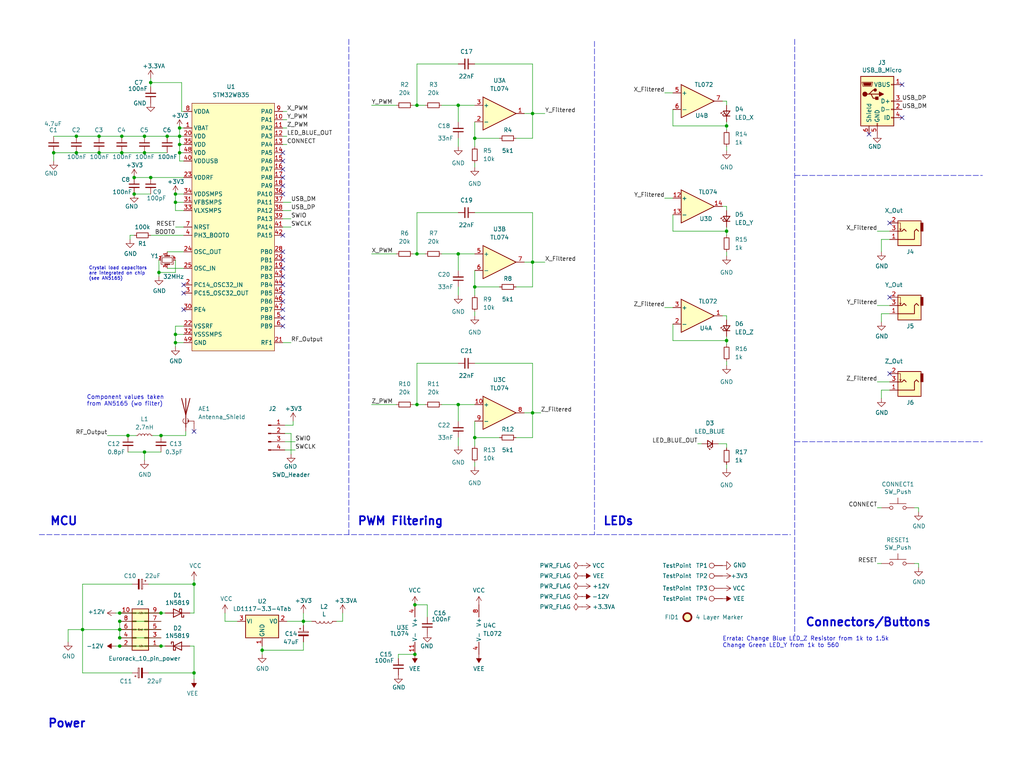
<source format=kicad_sch>
(kicad_sch (version 20211123) (generator eeschema)
  (paper "User" 315.011 240.005)
  (title_block (title "Ball Base Unit") (company "Mountjoy Modular"))
  (junction (at 128.27 124.46))
  (junction (at 163.83 80.645))
  (junction (at 140.97 124.46))
  (junction (at 44.45 46.99))
  (junction (at 146.05 134.62))
  (junction (at 223.52 71.12))
  (junction (at 39.37 133.985))
  (junction (at 49.53 198.755))
  (junction (at 55.245 44.45))
  (junction (at 37.465 41.91))
  (junction (at 93.345 191.135))
  (junction (at 223.52 38.735))
  (junction (at 49.53 133.985))
  (junction (at 49.53 188.595))
  (junction (at 80.645 200.025))
  (junction (at 36.83 196.215))
  (junction (at 223.52 104.775))
  (junction (at 46.355 54.61))
  (junction (at 46.355 25.4))
  (junction (at 51.435 41.91))
  (junction (at 53.975 105.41))
  (junction (at 23.495 41.91))
  (junction (at 44.45 139.065))
  (junction (at 53.975 59.69))
  (junction (at 128.27 78.105))
  (junction (at 53.975 62.23))
  (junction (at 37.465 46.99))
  (junction (at 36.83 193.675))
  (junction (at 41.275 54.61))
  (junction (at 48.895 83.82))
  (junction (at 44.45 41.91))
  (junction (at 146.05 88.265))
  (junction (at 163.83 127))
  (junction (at 16.51 46.99))
  (junction (at 23.495 46.99))
  (junction (at 127.635 186.055))
  (junction (at 30.48 46.99))
  (junction (at 128.27 32.385))
  (junction (at 59.69 207.01))
  (junction (at 55.245 41.91))
  (junction (at 30.48 41.91))
  (junction (at 146.05 42.545))
  (junction (at 36.83 198.755))
  (junction (at 127.635 201.295))
  (junction (at 36.83 191.135))
  (junction (at 140.97 32.385))
  (junction (at 140.97 78.105))
  (junction (at 59.69 179.705))
  (junction (at 41.275 59.69))
  (junction (at 25.4 193.675))
  (junction (at 163.83 34.925))
  (junction (at 55.245 39.37))
  (junction (at 36.83 188.595))
  (junction (at 53.975 102.87))
  (junction (at 55.245 46.99))
  (no_connect (at 86.995 87.63))
  (no_connect (at 56.515 87.63))
  (no_connect (at 86.995 82.55))
  (no_connect (at 273.685 68.58))
  (no_connect (at 267.335 41.275))
  (no_connect (at 86.995 100.33))
  (no_connect (at 86.995 52.07))
  (no_connect (at 86.995 77.47))
  (no_connect (at 86.995 92.71))
  (no_connect (at 86.995 95.25))
  (no_connect (at 86.995 80.01))
  (no_connect (at 86.995 57.15))
  (no_connect (at 86.995 54.61))
  (no_connect (at 86.995 72.39))
  (no_connect (at 86.995 59.69))
  (no_connect (at 86.995 85.09))
  (no_connect (at 273.685 91.44))
  (no_connect (at 86.995 97.79))
  (no_connect (at 56.515 90.17))
  (no_connect (at 86.995 90.17))
  (no_connect (at 86.995 46.99))
  (no_connect (at 277.495 36.195))
  (no_connect (at 273.685 114.935))
  (no_connect (at 86.995 49.53))
  (no_connect (at 59.69 132.715))
  (no_connect (at 56.515 95.25))
  (no_connect (at 277.495 26.035))
  (wire (pts (xy 273.685 120.015) (xy 271.145 120.015)))
  (wire (pts (xy 223.52 104.775) (xy 223.52 106.045)))
  (wire (pts (xy 93.345 188.595) (xy 93.345 191.135)))
  (wire (pts (xy 93.345 191.135) (xy 93.345 192.405)))
  (wire (pts (xy 56.515 34.29) (xy 55.88 34.29)))
  (wire (pts (xy 161.29 80.645) (xy 163.83 80.645)))
  (wire (pts (xy 80.645 198.755) (xy 80.645 200.025)))
  (wire (pts (xy 140.97 65.405) (xy 128.27 65.405)))
  (wire (pts (xy 131.445 186.055) (xy 131.445 189.865)))
  (wire (pts (xy 223.52 111.125) (xy 223.52 112.395)))
  (wire (pts (xy 140.97 134.62) (xy 140.97 137.16)))
  (wire (pts (xy 146.05 83.185) (xy 146.05 88.265)))
  (wire (pts (xy 37.465 41.91) (xy 44.45 41.91)))
  (wire (pts (xy 35.56 198.755) (xy 36.83 198.755)))
  (wire (pts (xy 87.63 130.81) (xy 90.17 130.81)))
  (polyline (pts (xy 107.315 12.065) (xy 107.315 164.465)))
  (wire (pts (xy 25.4 207.01) (xy 25.4 193.675)))
  (wire (pts (xy 46.355 72.39) (xy 56.515 72.39)))
  (wire (pts (xy 146.05 129.54) (xy 146.05 134.62)))
  (wire (pts (xy 146.05 95.885) (xy 146.05 97.155)))
  (wire (pts (xy 86.995 34.29) (xy 88.265 34.29)))
  (wire (pts (xy 207.01 33.655) (xy 207.01 38.735)))
  (wire (pts (xy 207.01 38.735) (xy 223.52 38.735)))
  (wire (pts (xy 222.25 31.115) (xy 223.52 31.115)))
  (wire (pts (xy 122.555 201.295) (xy 127.635 201.295)))
  (wire (pts (xy 140.97 32.385) (xy 146.05 32.385)))
  (wire (pts (xy 163.83 111.76) (xy 163.83 127)))
  (wire (pts (xy 39.37 133.985) (xy 41.91 133.985)))
  (wire (pts (xy 25.4 179.705) (xy 25.4 193.675)))
  (wire (pts (xy 41.275 59.69) (xy 46.355 59.69)))
  (wire (pts (xy 140.97 124.46) (xy 146.05 124.46)))
  (wire (pts (xy 20.955 197.485) (xy 20.955 193.675)))
  (wire (pts (xy 53.975 62.23) (xy 53.975 59.69)))
  (wire (pts (xy 269.875 173.355) (xy 271.145 173.355)))
  (wire (pts (xy 223.52 136.525) (xy 223.52 137.795)))
  (wire (pts (xy 57.15 133.985) (xy 57.15 132.715)))
  (wire (pts (xy 273.685 71.12) (xy 269.875 71.12)))
  (wire (pts (xy 271.145 73.66) (xy 271.145 77.47)))
  (wire (pts (xy 86.995 41.91) (xy 88.265 41.91)))
  (wire (pts (xy 146.05 134.62) (xy 153.67 134.62)))
  (wire (pts (xy 86.995 44.45) (xy 88.265 44.45)))
  (wire (pts (xy 86.995 105.41) (xy 89.535 105.41)))
  (wire (pts (xy 135.89 78.105) (xy 140.97 78.105)))
  (wire (pts (xy 55.245 41.91) (xy 55.245 44.45)))
  (wire (pts (xy 121.92 32.385) (xy 114.3 32.385)))
  (wire (pts (xy 86.995 69.85) (xy 89.535 69.85)))
  (wire (pts (xy 51.435 82.55) (xy 56.515 82.55)))
  (wire (pts (xy 223.52 45.085) (xy 223.52 46.355)))
  (wire (pts (xy 223.52 142.875) (xy 223.52 144.145)))
  (wire (pts (xy 16.51 46.99) (xy 16.51 49.53)))
  (wire (pts (xy 223.52 38.735) (xy 223.52 40.005)))
  (wire (pts (xy 59.69 178.435) (xy 59.69 179.705)))
  (wire (pts (xy 223.52 64.77) (xy 223.52 63.5)))
  (wire (pts (xy 93.345 197.485) (xy 93.345 200.025)))
  (wire (pts (xy 282.575 156.21) (xy 282.575 157.48)))
  (wire (pts (xy 204.47 28.575) (xy 207.01 28.575)))
  (wire (pts (xy 53.975 83.82) (xy 48.895 83.82)))
  (polyline (pts (xy 182.88 12.7) (xy 182.88 164.465)))
  (wire (pts (xy 273.685 117.475) (xy 269.875 117.475)))
  (wire (pts (xy 146.05 134.62) (xy 146.05 137.16)))
  (wire (pts (xy 37.465 46.99) (xy 44.45 46.99)))
  (wire (pts (xy 269.875 156.21) (xy 271.145 156.21)))
  (wire (pts (xy 44.45 139.065) (xy 44.45 141.605)))
  (wire (pts (xy 87.63 133.35) (xy 89.535 133.35)))
  (wire (pts (xy 281.305 156.21) (xy 282.575 156.21)))
  (wire (pts (xy 53.975 59.69) (xy 56.515 59.69)))
  (wire (pts (xy 59.69 198.755) (xy 59.69 207.01)))
  (wire (pts (xy 51.435 41.91) (xy 55.245 41.91)))
  (wire (pts (xy 55.245 49.53) (xy 56.515 49.53)))
  (wire (pts (xy 23.495 41.91) (xy 30.48 41.91)))
  (wire (pts (xy 158.75 134.62) (xy 163.83 134.62)))
  (wire (pts (xy 86.995 36.83) (xy 88.265 36.83)))
  (wire (pts (xy 271.145 96.52) (xy 271.145 99.06)))
  (wire (pts (xy 23.495 46.99) (xy 30.48 46.99)))
  (wire (pts (xy 128.27 78.105) (xy 130.81 78.105)))
  (wire (pts (xy 53.975 62.23) (xy 56.515 62.23)))
  (wire (pts (xy 51.435 77.47) (xy 56.515 77.47)))
  (wire (pts (xy 207.01 99.695) (xy 207.01 104.775)))
  (wire (pts (xy 90.17 130.81) (xy 90.17 129.54)))
  (polyline (pts (xy 244.475 12.065) (xy 244.475 195.58)))
  (wire (pts (xy 146.05 50.165) (xy 146.05 51.435)))
  (wire (pts (xy 58.42 188.595) (xy 59.69 188.595)))
  (wire (pts (xy 49.53 198.755) (xy 50.8 198.755)))
  (wire (pts (xy 53.975 64.77) (xy 53.975 62.23)))
  (wire (pts (xy 35.56 188.595) (xy 36.83 188.595)))
  (wire (pts (xy 128.27 124.46) (xy 130.81 124.46)))
  (wire (pts (xy 223.52 38.735) (xy 223.52 37.465)))
  (wire (pts (xy 128.27 65.405) (xy 128.27 78.105)))
  (wire (pts (xy 158.75 88.265) (xy 163.83 88.265)))
  (wire (pts (xy 146.05 42.545) (xy 153.67 42.545)))
  (wire (pts (xy 93.345 191.135) (xy 95.885 191.135)))
  (wire (pts (xy 33.02 133.985) (xy 39.37 133.985)))
  (wire (pts (xy 55.245 46.99) (xy 55.245 49.53)))
  (wire (pts (xy 55.245 44.45) (xy 56.515 44.45)))
  (wire (pts (xy 16.51 46.99) (xy 23.495 46.99)))
  (wire (pts (xy 49.53 133.985) (xy 57.15 133.985)))
  (wire (pts (xy 127 124.46) (xy 128.27 124.46)))
  (wire (pts (xy 140.97 88.265) (xy 140.97 90.805)))
  (wire (pts (xy 48.895 83.82) (xy 48.895 85.09)))
  (wire (pts (xy 140.97 42.545) (xy 140.97 45.085)))
  (wire (pts (xy 158.75 42.545) (xy 163.83 42.545)))
  (wire (pts (xy 161.29 34.925) (xy 163.83 34.925)))
  (wire (pts (xy 163.83 42.545) (xy 163.83 34.925)))
  (polyline (pts (xy 244.475 53.975) (xy 302.26 53.975)))
  (wire (pts (xy 223.52 32.385) (xy 223.52 31.115)))
  (wire (pts (xy 40.005 72.39) (xy 41.275 72.39)))
  (wire (pts (xy 271.145 120.015) (xy 271.145 122.555)))
  (wire (pts (xy 30.48 46.99) (xy 37.465 46.99)))
  (wire (pts (xy 121.92 124.46) (xy 114.3 124.46)))
  (wire (pts (xy 45.72 207.01) (xy 59.69 207.01)))
  (wire (pts (xy 163.83 88.265) (xy 163.83 80.645)))
  (wire (pts (xy 44.45 41.91) (xy 51.435 41.91)))
  (wire (pts (xy 59.69 208.915) (xy 59.69 207.01)))
  (wire (pts (xy 25.4 179.705) (xy 40.64 179.705)))
  (wire (pts (xy 223.52 104.775) (xy 223.52 103.505)))
  (wire (pts (xy 128.27 111.76) (xy 128.27 124.46)))
  (wire (pts (xy 223.52 98.425) (xy 223.52 97.155)))
  (wire (pts (xy 207.01 104.775) (xy 223.52 104.775)))
  (polyline (pts (xy 12.065 164.465) (xy 243.205 164.465)))
  (wire (pts (xy 20.955 193.675) (xy 25.4 193.675)))
  (wire (pts (xy 90.805 138.43) (xy 87.63 138.43)))
  (wire (pts (xy 273.685 96.52) (xy 271.145 96.52)))
  (wire (pts (xy 127 78.105) (xy 128.27 78.105)))
  (wire (pts (xy 140.97 111.76) (xy 128.27 111.76)))
  (wire (pts (xy 135.89 32.385) (xy 140.97 32.385)))
  (wire (pts (xy 25.4 193.675) (xy 36.83 193.675)))
  (wire (pts (xy 207.01 66.04) (xy 207.01 71.12)))
  (wire (pts (xy 89.535 133.35) (xy 89.535 139.7)))
  (wire (pts (xy 223.52 71.12) (xy 223.52 69.85)))
  (wire (pts (xy 55.245 39.37) (xy 55.245 41.91)))
  (wire (pts (xy 49.53 193.675) (xy 36.83 193.675)))
  (wire (pts (xy 163.83 80.645) (xy 167.64 80.645)))
  (wire (pts (xy 44.45 46.99) (xy 51.435 46.99)))
  (wire (pts (xy 282.575 173.355) (xy 282.575 174.625)))
  (wire (pts (xy 223.52 77.47) (xy 223.52 78.74)))
  (wire (pts (xy 59.69 188.595) (xy 59.69 179.705)))
  (wire (pts (xy 53.975 105.41) (xy 53.975 102.87)))
  (wire (pts (xy 53.975 80.01) (xy 53.975 83.82)))
  (wire (pts (xy 58.42 198.755) (xy 59.69 198.755)))
  (wire (pts (xy 273.685 93.98) (xy 269.875 93.98)))
  (wire (pts (xy 45.72 179.705) (xy 59.69 179.705)))
  (wire (pts (xy 69.215 188.595) (xy 69.215 191.135)))
  (wire (pts (xy 49.53 188.595) (xy 50.8 188.595)))
  (wire (pts (xy 55.88 25.4) (xy 55.88 34.29)))
  (wire (pts (xy 36.83 188.595) (xy 49.53 188.595)))
  (wire (pts (xy 49.53 191.135) (xy 36.83 191.135)))
  (wire (pts (xy 80.645 200.025) (xy 80.645 201.295)))
  (wire (pts (xy 146.05 88.265) (xy 146.05 90.805)))
  (wire (pts (xy 48.895 83.82) (xy 48.895 80.01)))
  (wire (pts (xy 214.63 136.525) (xy 215.9 136.525)))
  (wire (pts (xy 146.05 37.465) (xy 146.05 42.545)))
  (wire (pts (xy 146.05 42.545) (xy 146.05 45.085)))
  (wire (pts (xy 30.48 41.91) (xy 37.465 41.91)))
  (wire (pts (xy 55.245 39.37) (xy 56.515 39.37)))
  (wire (pts (xy 127 32.385) (xy 128.27 32.385)))
  (wire (pts (xy 128.27 32.385) (xy 130.81 32.385)))
  (wire (pts (xy 223.52 71.12) (xy 223.52 72.39)))
  (wire (pts (xy 36.83 193.675) (xy 36.83 196.215)))
  (wire (pts (xy 36.83 198.755) (xy 49.53 198.755)))
  (wire (pts (xy 146.05 88.265) (xy 153.67 88.265)))
  (wire (pts (xy 87.63 135.89) (xy 90.805 135.89)))
  (wire (pts (xy 41.275 54.61) (xy 46.355 54.61)))
  (wire (pts (xy 127.635 186.055) (xy 131.445 186.055)))
  (wire (pts (xy 55.245 41.91) (xy 56.515 41.91)))
  (wire (pts (xy 140.97 78.105) (xy 146.05 78.105)))
  (wire (pts (xy 163.83 134.62) (xy 163.83 127)))
  (wire (pts (xy 55.245 44.45) (xy 55.245 46.99)))
  (wire (pts (xy 161.29 127) (xy 163.83 127)))
  (wire (pts (xy 46.99 133.985) (xy 49.53 133.985)))
  (wire (pts (xy 88.265 191.135) (xy 93.345 191.135)))
  (wire (pts (xy 140.97 124.46) (xy 140.97 129.54)))
  (wire (pts (xy 140.97 32.385) (xy 140.97 37.465)))
  (wire (pts (xy 49.53 196.215) (xy 36.83 196.215)))
  (wire (pts (xy 204.47 60.96) (xy 207.01 60.96)))
  (wire (pts (xy 80.645 200.025) (xy 93.345 200.025)))
  (wire (pts (xy 163.83 65.405) (xy 163.83 80.645)))
  (wire (pts (xy 55.88 25.4) (xy 46.355 25.4)))
  (wire (pts (xy 146.05 142.24) (xy 146.05 143.51)))
  (wire (pts (xy 46.355 54.61) (xy 56.515 54.61)))
  (wire (pts (xy 220.98 136.525) (xy 223.52 136.525)))
  (wire (pts (xy 53.975 106.68) (xy 53.975 105.41)))
  (wire (pts (xy 146.05 111.76) (xy 163.83 111.76)))
  (wire (pts (xy 86.995 39.37) (xy 88.265 39.37)))
  (wire (pts (xy 86.995 67.31) (xy 89.535 67.31)))
  (wire (pts (xy 46.355 25.4) (xy 46.355 26.67)))
  (wire (pts (xy 53.975 105.41) (xy 56.515 105.41)))
  (wire (pts (xy 281.305 173.355) (xy 282.575 173.355)))
  (wire (pts (xy 146.05 19.685) (xy 163.83 19.685)))
  (wire (pts (xy 163.83 19.685) (xy 163.83 34.925)))
  (wire (pts (xy 105.41 191.135) (xy 103.505 191.135)))
  (wire (pts (xy 121.92 78.105) (xy 114.3 78.105)))
  (wire (pts (xy 163.83 34.925) (xy 167.64 34.925)))
  (wire (pts (xy 122.555 201.295) (xy 122.555 202.565)))
  (wire (pts (xy 135.89 124.46) (xy 140.97 124.46)))
  (wire (pts (xy 86.995 64.77) (xy 89.535 64.77)))
  (wire (pts (xy 146.05 65.405) (xy 163.83 65.405)))
  (wire (pts (xy 53.975 102.87) (xy 56.515 102.87)))
  (wire (pts (xy 46.355 24.13) (xy 46.355 25.4)))
  (wire (pts (xy 36.83 191.135) (xy 36.83 193.675)))
  (polyline (pts (xy 244.475 135.89) (xy 302.26 135.89)))
  (wire (pts (xy 207.01 71.12) (xy 223.52 71.12)))
  (wire (pts (xy 16.51 41.91) (xy 23.495 41.91)))
  (wire (pts (xy 39.37 139.065) (xy 44.45 139.065)))
  (wire (pts (xy 222.25 97.155) (xy 223.52 97.155)))
  (wire (pts (xy 222.25 63.5) (xy 223.52 63.5)))
  (wire (pts (xy 273.685 73.66) (xy 271.145 73.66)))
  (wire (pts (xy 163.83 127) (xy 166.37 127)))
  (wire (pts (xy 44.45 139.065) (xy 49.53 139.065)))
  (wire (pts (xy 40.005 73.66) (xy 40.005 72.39)))
  (wire (pts (xy 53.975 69.85) (xy 56.515 69.85)))
  (wire (pts (xy 204.47 94.615) (xy 207.01 94.615)))
  (wire (pts (xy 25.4 207.01) (xy 40.64 207.01)))
  (wire (pts (xy 140.97 78.105) (xy 140.97 83.185)))
  (wire (pts (xy 69.215 191.135) (xy 73.025 191.135)))
  (wire (pts (xy 56.515 64.77) (xy 53.975 64.77)))
  (wire (pts (xy 53.975 100.33) (xy 56.515 100.33)))
  (wire (pts (xy 128.27 19.685) (xy 128.27 32.385)))
  (wire (pts (xy 140.97 19.685) (xy 128.27 19.685)))
  (wire (pts (xy 105.41 188.595) (xy 105.41 191.135)))
  (wire (pts (xy 53.975 102.87) (xy 53.975 100.33)))
  (wire (pts (xy 55.245 46.99) (xy 56.515 46.99)))
  (wire (pts (xy 86.995 62.23) (xy 89.535 62.23)))
  (text "LEDs" (at 185.42 161.925 0) (effects (font (size 2.54 2.54) (thickness 0.508) bold) (justify left bottom)))
  (text "MCU" (at 15.24 161.925 0) (effects (font (size 2.54 2.54) (thickness 0.508) bold) (justify left bottom)))
  (text "Errata: Change Blue LED_Z Resistor from 1k to 1.5k\nChange Green LED_Y from 1k to 560" (at 222.25 199.39 0) (effects (font (size 1.27 1.27)) (justify left bottom)))
  (text "Power" (at 14.605 224.155 0) (effects (font (size 2.54 2.54) (thickness 0.508) bold) (justify left bottom)))
  (text "PWM Filtering" (at 109.855 161.925 0) (effects (font (size 2.54 2.54) (thickness 0.508) bold) (justify left bottom)))
  (text "Component values taken \nfrom AN5165 (wo filter)" (at 26.67 125.095 0) (effects (font (size 1.27 1.27)) (justify left bottom)))
  (text "Connectors/Buttons" (at 247.65 193.04 0) (effects (font (size 2.54 2.54) (thickness 0.508) bold) (justify left bottom)))
  (text "Crystal load capacitors\nare integrated on chip\n(see AN5165)" (at 27.305 86.36 0) (effects (font (size 1 1)) (justify left bottom)))
  (label "RESET" (at 269.875 173.355 180))
  (label "SWCLK" (at 89.535 69.85 0))
  (label "USB_DP" (at 89.535 64.77 0))
  (label "BOOT0" (at 47.625 72.39 0))
  (label "RESET" (at 53.975 69.85 180))
  (label "USB_DM" (at 89.535 62.23 0))
  (label "SWCLK" (at 90.805 138.43 0))
  (label "USB_DP" (at 277.495 31.115 0))
  (label "Y_PWM" (at 114.3 32.385 0))
  (label "Z_Filtered" (at 166.37 127 0))
  (label "USB_DM" (at 277.495 33.655 0))
  (label "CONNECT" (at 269.875 156.21 180))
  (label "Y_Filtered" (at 269.875 93.98 180))
  (label "SWIO" (at 90.805 135.89 0))
  (label "RF_Output" (at 33.02 133.985 180))
  (label "Y_Filtered" (at 204.47 60.96 180))
  (label "CONNECT" (at 88.265 44.45 0))
  (label "LED_BLUE_OUT" (at 88.265 41.91 0))
  (label "Z_PWM" (at 114.3 124.46 0))
  (label "Z_PWM" (at 88.265 39.37 0))
  (label "X_Filtered" (at 269.875 71.12 180))
  (label "RF_Output" (at 89.535 105.41 0))
  (label "Z_Filtered" (at 204.47 94.615 180))
  (label "Y_Filtered" (at 167.64 34.925 0))
  (label "X_Filtered" (at 204.47 28.575 180))
  (label "X_PWM" (at 88.265 34.29 0))
  (label "SWIO" (at 89.535 67.31 0))
  (label "LED_BLUE_OUT" (at 214.63 136.525 180))
  (label "Y_PWM" (at 88.265 36.83 0))
  (label "X_Filtered" (at 167.64 80.645 0))
  (label "X_PWM" (at 114.3 78.105 0))
  (label "Z_Filtered" (at 269.875 117.475 180))
  (symbol (lib_id "Device:Antenna_Shield") (at 57.15 127.635 0) (unit 1)
    (property "Reference" "AE1" (at 60.96 125.7299 0) (effects (justify left)))
    (property "Value" "Antenna_Shield" (at 60.96 128.2699 0) (effects (justify left)))
    (property "Footprint" "Custom_Footprints:NN01_102" (effects hide))
  )
  (symbol (lib_id "Mechanical:Fiducial") (at 211.455 189.865 0) (unit 1)
    (property "Reference" "FID1" (at 204.47 189.865 0) (effects (justify left)))
    (property "Value" "4 Layer Marker" (at 213.995 189.865 0) (effects (justify left)))
    (property "Footprint" "Custom_Footprints:4_Layer_Markers" (effects hide))
  )
  (symbol (lib_id "power:GND") (at 122.555 207.645 0) (mirror y) (unit 1)
    (property "Reference" "#PWR023" (effects hide))
    (property "Value" "GND" (at 120.65 211.455 0) (effects (justify right)))
  )
  (symbol (lib_id "Eurorack_Header:Eurorack_10_pin_power") (at 44.45 193.675 180) (unit 1)
    (property "Reference" "J1" (at 43.18 185.42 0))
    (property "Value" "Eurorack_10_pin_power" (at 44.45 202.565 0))
    (property "Footprint" "Custom_Footprints:Eurorack_10_pin_header" (effects hide))
  )
  (symbol (lib_id "power:GND") (at 140.97 90.805 0) (unit 1)
    (property "Reference" "#PWR029" (effects hide))
    (property "Value" "GND" (at 140.97 95.885 0))
  )
  (symbol (lib_id "Connector:TestPoint") (at 222.25 180.975 90) (unit 1)
    (property "Reference" "TP3" (at 215.9 180.975 90))
    (property "Value" "TestPoint" (at 208.28 180.975 90))
    (property "Footprint" "Custom_Footprints:1.3mm_Test_Point" (effects hide))
  )
  (symbol (lib_id "power:GND") (at 146.05 143.51 0) (unit 1)
    (property "Reference" "#PWR032" (effects hide))
    (property "Value" "GND" (at 146.05 148.59 0))
  )
  (symbol (lib_id "Device:Crystal_GND24_Small") (at 51.435 80.01 270) (unit 1)
    (property "Reference" "Y1" (at 46.355 78.74 90) (effects (justify left)))
    (property "Value" "32MHz" (at 50.165 85.09 90) (effects (justify left)))
    (property "Footprint" "Crystal:Crystal_SMD_Abracon_ABM10-4Pin_2.5x2.0mm" (effects hide))
  )
  (symbol (lib_id "Device:R_Small") (at 133.35 78.105 90) (unit 1)
    (property "Reference" "R7" (at 133.35 71.755 90))
    (property "Value" "20k" (at 133.35 74.295 90))
    (property "Footprint" "Resistor_SMD:R_0603_1608Metric" (effects hide))
  )
  (symbol (lib_id "power:GND") (at 271.145 122.555 0) (unit 1)
    (property "Reference" "#PWR051" (effects hide))
    (property "Value" "GND" (at 271.272 126.9492 0))
  )
  (symbol (lib_id "power:GND") (at 48.895 85.09 0) (unit 1)
    (property "Reference" "#PWR011" (effects hide))
    (property "Value" "GND" (at 49.022 89.4842 0))
  )
  (symbol (lib_id "power:PWR_FLAG") (at 179.07 180.34 90) (unit 1)
    (property "Reference" "#FLG03" (effects hide))
    (property "Value" "PWR_FLAG" (at 170.815 180.34 90))
  )
  (symbol (lib_id "Device:C_Small") (at 140.97 85.725 180) (unit 1)
    (property "Reference" "C20" (at 134.62 84.4549 0) (effects (justify right)))
    (property "Value" "33nF" (at 134.62 88.2649 0) (effects (justify right)))
    (property "Footprint" "Capacitor_SMD:C_0603_1608Metric" (effects hide))
  )
  (symbol (lib_id "power:GND") (at 80.645 201.295 0) (unit 1)
    (property "Reference" "#PWR018" (effects hide))
    (property "Value" "GND" (at 80.772 205.6892 0))
  )
  (symbol (lib_id "Device:R_Small") (at 124.46 78.105 90) (unit 1)
    (property "Reference" "R6" (at 124.46 71.755 90))
    (property "Value" "20k" (at 124.46 74.295 90))
    (property "Footprint" "Resistor_SMD:R_0603_1608Metric" (effects hide))
  )
  (symbol (lib_id "power:PWR_FLAG") (at 179.07 173.99 90) (unit 1)
    (property "Reference" "#FLG01" (effects hide))
    (property "Value" "PWR_FLAG" (at 170.815 173.99 90))
  )
  (symbol (lib_id "power:VCC") (at 179.07 173.99 270) (unit 1)
    (property "Reference" "#PWR035" (effects hide))
    (property "Value" "VCC" (at 184.15 173.99 90))
  )
  (symbol (lib_id "power:GND") (at 223.52 46.355 0) (unit 1)
    (property "Reference" "#PWR040" (effects hide))
    (property "Value" "GND" (at 223.52 51.435 0))
  )
  (symbol (lib_id "Device:C_Polarized_Small") (at 93.345 194.945 0) (unit 1)
    (property "Reference" "C14" (at 89.535 194.945 0))
    (property "Value" "47uF" (at 89.535 197.485 0))
    (property "Footprint" "Capacitor_SMD:CP_Elec_5x5.8" (effects hide))
    (property "Part_Number" "C134798" (effects hide))
    (property "Rotation" "360" (effects hide))
  )
  (symbol (lib_id "power:+3.3V") (at 90.17 129.54 0) (unit 1)
    (property "Reference" "#PWR020" (effects hide))
    (property "Value" "+3.3V" (at 87.63 125.73 0) (effects (justify left)))
  )
  (symbol (lib_id "power:+3.3V") (at 222.25 177.165 270) (unit 1)
    (property "Reference" "#PWR045" (effects hide))
    (property "Value" "+3.3V" (at 224.79 177.165 90) (effects (justify left)))
  )
  (symbol (lib_id "Device:R_Small") (at 124.46 124.46 90) (unit 1)
    (property "Reference" "R10" (at 124.46 118.11 90))
    (property "Value" "20k" (at 124.46 120.65 90))
    (property "Footprint" "Resistor_SMD:R_0603_1608Metric" (effects hide))
  )
  (symbol (lib_id "Device:R_Small") (at 133.35 124.46 90) (unit 1)
    (property "Reference" "R11" (at 133.35 118.11 90))
    (property "Value" "20k" (at 133.35 120.65 90))
    (property "Footprint" "Resistor_SMD:R_0603_1608Metric" (effects hide))
  )
  (symbol (lib_id "Connector:TestPoint") (at 222.25 173.99 90) (unit 1)
    (property "Reference" "TP1" (at 215.9 173.99 90))
    (property "Value" "TestPoint" (at 208.28 173.99 90))
    (property "Footprint" "Custom_Footprints:1.3mm_Test_Point" (effects hide))
  )
  (symbol (lib_id "Device:R_Small") (at 223.52 42.545 180) (unit 1)
    (property "Reference" "R14" (at 226.06 41.2749 0) (effects (justify right)))
    (property "Value" "1k" (at 226.06 43.8149 0) (effects (justify right)))
    (property "Footprint" "Resistor_SMD:R_0603_1608Metric" (effects hide))
  )
  (symbol (lib_id "Device:LED_Small") (at 223.52 67.31 90) (unit 1)
    (property "Reference" "D5" (at 226.06 65.9764 90) (effects (justify right)))
    (property "Value" "LED_Y" (at 226.06 68.5164 90) (effects (justify right)))
    (property "Footprint" "LED_THT:LED_D3.0mm_FlatTop" (effects hide))
  )
  (symbol (lib_id "power:GND") (at 44.45 141.605 0) (unit 1)
    (property "Reference" "#PWR010" (effects hide))
    (property "Value" "GND" (at 44.577 145.9992 0))
  )
  (symbol (lib_id "Device:R_Small") (at 156.21 134.62 90) (unit 1)
    (property "Reference" "R12" (at 156.21 132.08 90))
    (property "Value" "5k1" (at 156.21 138.43 90))
    (property "Footprint" "Resistor_SMD:R_0603_1608Metric" (effects hide))
  )
  (symbol (lib_id "Device:R_Small") (at 146.05 47.625 180) (unit 1)
    (property "Reference" "R5" (at 148.59 46.3549 0) (effects (justify right)))
    (property "Value" "10k" (at 148.59 48.8949 0) (effects (justify right)))
    (property "Footprint" "Resistor_SMD:R_0603_1608Metric" (effects hide))
  )
  (symbol (lib_id "power:GND") (at 40.005 73.66 0) (unit 1)
    (property "Reference" "#PWR03" (effects hide))
    (property "Value" "GND" (at 40.132 78.0542 0))
  )
  (symbol (lib_id "Connector:USB_B_Micro") (at 269.875 31.115 0) (unit 1)
    (property "Reference" "J3" (at 271.3228 19.2532 0))
    (property "Value" "USB_B_Micro" (at 271.3228 21.5646 0))
    (property "Footprint" "Custom_Footprints:USB_Micro-B_Amphenol" (effects hide))
  )
  (symbol (lib_id "power:+3.3V") (at 53.975 59.69 0) (unit 1)
    (property "Reference" "#PWR012" (effects hide))
    (property "Value" "+3.3V" (at 51.435 55.88 0) (effects (justify left)))
  )
  (symbol (lib_id "power:VEE") (at 179.07 177.165 270) (unit 1)
    (property "Reference" "#PWR036" (effects hide))
    (property "Value" "VEE" (at 184.15 177.165 90))
  )
  (symbol (lib_id "power:VCC") (at 69.215 188.595 0) (unit 1)
    (property "Reference" "#PWR017" (effects hide))
    (property "Value" "VCC" (at 69.6468 184.2008 0))
  )
  (symbol (lib_id "Amplifier_Operational:TL074") (at 130.175 193.675 0) (unit 5)
    (property "Reference" "U3" (at 121.92 193.04 0) (effects (justify left)))
    (property "Value" "TL074" (at 120.015 194.945 0) (effects (justify left)))
    (property "Footprint" "Package_SO:SOIC-14_3.9x8.7mm_P1.27mm" (effects hide))
    (property "Datasheet" "http://www.ti.com/lit/ds/symlink/tl071.pdf" (effects hide))
  )
  (symbol (lib_id "power:VEE") (at 147.32 201.295 180) (unit 1)
    (property "Reference" "#PWR034" (effects hide))
    (property "Value" "VEE" (at 147.32 205.74 0))
  )
  (symbol (lib_id "power:PWR_FLAG") (at 179.07 186.69 90) (unit 1)
    (property "Reference" "#FLG05" (effects hide))
    (property "Value" "PWR_FLAG" (at 170.815 186.69 90))
  )
  (symbol (lib_id "power:GND") (at 140.97 137.16 0) (unit 1)
    (property "Reference" "#PWR031" (effects hide))
    (property "Value" "GND" (at 140.97 142.24 0))
  )
  (symbol (lib_id "Device:R_Small") (at 223.52 108.585 180) (unit 1)
    (property "Reference" "R16" (at 226.06 107.3149 0) (effects (justify right)))
    (property "Value" "1k" (at 226.06 109.8549 0) (effects (justify right)))
    (property "Footprint" "Resistor_SMD:R_0603_1608Metric" (effects hide))
  )
  (symbol (lib_id "power:+3.3V") (at 93.345 188.595 0) (unit 1)
    (property "Reference" "#PWR021" (effects hide))
    (property "Value" "+3.3V" (at 93.345 184.785 0))
  )
  (symbol (lib_id "power:GND") (at 140.97 45.085 0) (unit 1)
    (property "Reference" "#PWR027" (effects hide))
    (property "Value" "GND" (at 140.97 50.165 0))
  )
  (symbol (lib_id "Device:C_Small") (at 131.445 192.405 180) (unit 1)
    (property "Reference" "C16" (at 133.35 188.595 0) (effects (justify right)))
    (property "Value" "100nF" (at 132.715 190.5 0) (effects (justify right)))
    (property "Footprint" "Capacitor_SMD:C_0603_1608Metric" (effects hide))
  )
  (symbol (lib_id "Device:C_Polarized_Small") (at 43.18 207.01 90) (unit 1)
    (property "Reference" "C11" (at 38.735 209.55 90))
    (property "Value" "22uF" (at 47.625 209.55 90))
    (property "Footprint" "Capacitor_SMD:CP_Elec_4x5.4" (effects hide))
    (property "Part_Number" "C134793" (effects hide))
    (property "Rotation" "270" (effects hide))
  )
  (symbol (lib_id "Device:R_Small") (at 156.21 42.545 90) (unit 1)
    (property "Reference" "R4" (at 156.21 40.005 90))
    (property "Value" "5k1" (at 156.21 46.355 90))
    (property "Footprint" "Resistor_SMD:R_0603_1608Metric" (effects hide))
  )
  (symbol (lib_id "power:GND") (at 223.52 144.145 0) (unit 1)
    (property "Reference" "#PWR043" (effects hide))
    (property "Value" "GND" (at 223.52 149.225 0))
  )
  (symbol (lib_id "power:+3.3V") (at 41.275 54.61 0) (unit 1)
    (property "Reference" "#PWR04" (effects hide))
    (property "Value" "+3.3V" (at 38.735 50.8 0) (effects (justify left)))
  )
  (symbol (lib_id "Diode:1N5819") (at 54.61 188.595 180) (unit 1)
    (property "Reference" "D1" (at 54.61 183.1086 0))
    (property "Value" "1N5819" (at 54.61 185.42 0))
    (property "Footprint" "Diode_SMD:D_SOD-123" (effects hide))
    (property "Datasheet" "https://datasheet.lcsc.com/szlcsc/Changjiang-Electronics-Tech-CJ-B5819W_C8598.pdf" (effects hide))
    (property "Part_Number" "C8598" (effects hide))
  )
  (symbol (lib_id "power:+3.3VA") (at 105.41 188.595 0) (unit 1)
    (property "Reference" "#PWR022" (effects hide))
    (property "Value" "+3.3VA" (at 102.87 184.785 0) (effects (justify left)))
  )
  (symbol (lib_id "Device:R_Small") (at 223.52 140.335 180) (unit 1)
    (property "Reference" "R17" (at 226.06 139.0649 0) (effects (justify right)))
    (property "Value" "1k" (at 226.06 141.6049 0) (effects (justify right)))
    (property "Footprint" "Resistor_SMD:R_0603_1608Metric" (effects hide))
  )
  (symbol (lib_id "thonkiconn:AudioJack2_Ground_Switch") (at 278.765 71.12 180) (unit 1)
    (property "Reference" "J4" (at 280.035 77.47 0))
    (property "Value" "X_Out" (at 274.955 64.77 0))
    (property "Footprint" "Custom_Footprints:Jack_3.5mm_QingPu_WQP-PJ302M_Horizontal" (effects hide))
  )
  (symbol (lib_id "Device:R_Small") (at 223.52 74.93 180) (unit 1)
    (property "Reference" "R15" (at 226.06 73.6599 0) (effects (justify right)))
    (property "Value" "1k" (at 226.06 76.1999 0) (effects (justify right)))
    (property "Footprint" "Resistor_SMD:R_0603_1608Metric" (effects hide))
  )
  (symbol (lib_id "Device:C_Small") (at 41.275 57.15 0) (unit 1)
    (property "Reference" "C8" (at 40.005 55.245 0) (effects (justify right)))
    (property "Value" "100nF" (at 40.64 59.055 0) (effects (justify right)))
    (property "Footprint" "Capacitor_SMD:C_0603_1608Metric" (effects hide))
  )
  (symbol (lib_id "power:GND") (at 53.975 106.68 0) (unit 1)
    (property "Reference" "#PWR013" (effects hide))
    (property "Value" "GND" (at 54.102 111.0742 0))
  )
  (symbol (lib_id "Amplifier_Operational:TL072") (at 214.63 31.115 0) (unit 2)
    (property "Reference" "U4" (at 215.9 35.56 0))
    (property "Value" "TL072" (at 216.535 26.035 0))
    (property "Footprint" "Package_SO:SOIC-8_3.9x4.9mm_P1.27mm" (effects hide))
    (property "Datasheet" "http://www.ti.com/lit/ds/symlink/tl071.pdf" (effects hide))
  )
  (symbol (lib_id "Device:C_Small") (at 49.53 136.525 0) (unit 1)
    (property "Reference" "C13" (at 52.07 136.525 0) (effects (justify left)))
    (property "Value" "0.3pF" (at 50.8 139.065 0) (effects (justify left)))
    (property "Footprint" "Capacitor_SMD:C_0402_1005Metric" (effects hide))
  )
  (symbol (lib_id "Device:C_Small") (at 16.51 44.45 0) (unit 1)
    (property "Reference" "C1" (at 17.78 40.005 0) (effects (justify right)))
    (property "Value" "4.7uF" (at 19.05 38.1 0) (effects (justify right)))
    (property "Footprint" "Capacitor_SMD:C_0603_1608Metric" (effects hide))
  )
  (symbol (lib_id "Device:L") (at 99.695 191.135 270) (unit 1)
    (property "Reference" "L2" (at 99.695 186.6138 90))
    (property "Value" "L" (at 99.695 188.9252 90))
    (property "Footprint" "Inductor_SMD:L_0805_2012Metric" (effects hide))
    (property "Part_Number" "C1046" (effects hide))
  )
  (symbol (lib_id "power:VEE") (at 127.635 201.295 180) (unit 1)
    (property "Reference" "#PWR025" (effects hide))
    (property "Value" "VEE" (at 127.635 205.74 0))
  )
  (symbol (lib_id "power:GND") (at 282.575 174.625 0) (unit 1)
    (property "Reference" "#PWR053" (effects hide))
    (property "Value" "GND" (at 282.702 179.0192 0))
  )
  (symbol (lib_id "power:+3.3V") (at 55.245 39.37 0) (unit 1)
    (property "Reference" "#PWR014" (effects hide))
    (property "Value" "+3.3V" (at 52.705 35.56 0) (effects (justify left)))
  )
  (symbol (lib_id "Device:LED_Small") (at 223.52 100.965 90) (unit 1)
    (property "Reference" "D6" (at 226.06 99.6314 90) (effects (justify right)))
    (property "Value" "LED_Z" (at 226.06 102.1714 90) (effects (justify right)))
    (property "Footprint" "LED_THT:LED_D3.0mm_FlatTop" (effects hide))
  )
  (symbol (lib_id "power:+3.3VA") (at 179.07 186.69 270) (unit 1)
    (property "Reference" "#PWR039" (effects hide))
    (property "Value" "+3.3VA" (at 182.245 186.69 90) (effects (justify left)))
  )
  (symbol (lib_id "Amplifier_Operational:TL074") (at 153.67 34.925 0) (unit 1)
    (property "Reference" "U3" (at 153.67 24.765 0))
    (property "Value" "TL074" (at 153.67 27.305 0))
    (property "Footprint" "Package_SO:SOIC-14_3.9x8.7mm_P1.27mm" (effects hide))
    (property "Datasheet" "http://www.ti.com/lit/ds/symlink/tl071.pdf" (effects hide))
  )
  (symbol (lib_id "power:PWR_FLAG") (at 179.07 183.515 90) (unit 1)
    (property "Reference" "#FLG04" (effects hide))
    (property "Value" "PWR_FLAG" (at 170.815 183.515 90))
  )
  (symbol (lib_id "power:VCC") (at 59.69 178.435 0) (unit 1)
    (property "Reference" "#PWR015" (effects hide))
    (property "Value" "VCC" (at 60.1218 174.0408 0))
  )
  (symbol (lib_id "power:GND") (at 131.445 194.945 0) (unit 1)
    (property "Reference" "#PWR026" (effects hide))
    (property "Value" "GND" (at 133.35 198.755 0) (effects (justify right)))
  )
  (symbol (lib_id "Device:C_Small") (at 143.51 111.76 270) (unit 1)
    (property "Reference" "C21" (at 143.51 107.95 90))
    (property "Value" "22nF" (at 143.51 115.57 90))
    (property "Footprint" "Capacitor_SMD:C_0603_1608Metric" (effects hide))
  )
  (symbol (lib_id "Device:C_Small") (at 51.435 44.45 0) (unit 1)
    (property "Reference" "C6" (at 52.705 40.005 0) (effects (justify right)))
    (property "Value" "100nF" (at 54.61 48.26 0) (effects (justify right)))
    (property "Footprint" "Capacitor_SMD:C_0603_1608Metric" (effects hide))
  )
  (symbol (lib_id "Device:C_Small") (at 140.97 40.005 180) (unit 1)
    (property "Reference" "C18" (at 134.62 38.7349 0) (effects (justify right)))
    (property "Value" "33nF" (at 134.62 42.5449 0) (effects (justify right)))
    (property "Footprint" "Capacitor_SMD:C_0603_1608Metric" (effects hide))
  )
  (symbol (lib_id "Amplifier_Operational:TL074") (at 153.67 127 0) (unit 3)
    (property "Reference" "U3" (at 153.67 116.84 0))
    (property "Value" "TL074" (at 153.67 119.38 0))
    (property "Footprint" "Package_SO:SOIC-14_3.9x8.7mm_P1.27mm" (effects hide))
    (property "Datasheet" "http://www.ti.com/lit/ds/symlink/tl071.pdf" (effects hide))
  )
  (symbol (lib_id "power:+12V") (at 35.56 188.595 90) (unit 1)
    (property "Reference" "#PWR06" (effects hide))
    (property "Value" "+12V" (at 32.3088 188.214 90) (effects (justify left)))
  )
  (symbol (lib_id "Device:C_Polarized_Small") (at 43.18 179.705 270) (unit 1)
    (property "Reference" "C10" (at 40.005 177.165 90))
    (property "Value" "22uF" (at 46.99 177.165 90))
    (property "Footprint" "Capacitor_SMD:CP_Elec_4x5.4" (effects hide))
    (property "Part_Number" "C134798" (effects hide))
    (property "Rotation" "360" (effects hide))
  )
  (symbol (lib_id "Amplifier_Operational:TL074") (at 214.63 63.5 0) (unit 4)
    (property "Reference" "U3" (at 217.17 67.31 0))
    (property "Value" "TL074" (at 217.805 59.055 0))
    (property "Footprint" "Package_SO:SOIC-14_3.9x8.7mm_P1.27mm" (effects hide))
    (property "Datasheet" "http://www.ti.com/lit/ds/symlink/tl071.pdf" (effects hide))
  )
  (symbol (lib_id "Device:R_Small") (at 43.815 72.39 90) (unit 1)
    (property "Reference" "R1" (at 43.815 74.93 90))
    (property "Value" "100k" (at 43.815 69.85 90))
    (property "Footprint" "Resistor_SMD:R_0603_1608Metric" (effects hide))
    (property "Part_Number" "C25803" (effects hide))
  )
  (symbol (lib_id "thonkiconn:AudioJack2_Ground_Switch") (at 278.765 117.475 180) (unit 1)
    (property "Reference" "J6" (at 280.035 123.825 0))
    (property "Value" "Z_Out" (at 274.955 111.125 0))
    (property "Footprint" "Custom_Footprints:Jack_3.5mm_QingPu_WQP-PJ302M_Horizontal" (effects hide))
  )
  (symbol (lib_id "power:GND") (at 269.875 41.275 0) (unit 1)
    (property "Reference" "#PWR048" (effects hide))
    (property "Value" "GND" (at 271.145 45.085 0) (effects (justify right)))
  )
  (symbol (lib_id "Amplifier_Operational:TL074") (at 153.67 80.645 0) (unit 2)
    (property "Reference" "U3" (at 153.67 70.485 0))
    (property "Value" "TL074" (at 153.67 73.025 0))
    (property "Footprint" "Package_SO:SOIC-14_3.9x8.7mm_P1.27mm" (effects hide))
    (property "Datasheet" "http://www.ti.com/lit/ds/symlink/tl071.pdf" (effects hide))
  )
  (symbol (lib_id "Device:R_Small") (at 146.05 93.345 180) (unit 1)
    (property "Reference" "R9" (at 148.59 92.0749 0) (effects (justify right)))
    (property "Value" "10k" (at 148.59 94.6149 0) (effects (justify right)))
    (property "Footprint" "Resistor_SMD:R_0603_1608Metric" (effects hide))
  )
  (symbol (lib_id "Device:C_Small") (at 39.37 136.525 0) (unit 1)
    (property "Reference" "C12" (at 33.02 136.525 0) (effects (justify left)))
    (property "Value" "0.8pF" (at 33.02 139.065 0) (effects (justify left)))
    (property "Footprint" "Capacitor_SMD:C_0402_1005Metric" (effects hide))
  )
  (symbol (lib_id "Device:C_Small") (at 140.97 132.08 180) (unit 1)
    (property "Reference" "C22" (at 134.62 130.8099 0) (effects (justify right)))
    (property "Value" "33nF" (at 134.62 134.6199 0) (effects (justify right)))
    (property "Footprint" "Capacitor_SMD:C_0603_1608Metric" (effects hide))
  )
  (symbol (lib_id "power:+3.3VA") (at 46.355 24.13 0) (unit 1)
    (property "Reference" "#PWR08" (effects hide))
    (property "Value" "+3.3VA" (at 43.815 20.32 0) (effects (justify left)))
  )
  (symbol (lib_id "Diode:1N5819") (at 54.61 198.755 0) (unit 1)
    (property "Reference" "D2" (at 54.61 193.2686 0))
    (property "Value" "1N5819" (at 54.61 195.58 0))
    (property "Footprint" "Diode_SMD:D_SOD-123" (effects hide))
    (property "Datasheet" "https://datasheet.lcsc.com/szlcsc/Changjiang-Electronics-Tech-CJ-B5819W_C8598.pdf" (effects hide))
    (property "Part_Number" "C8598" (effects hide))
  )
  (symbol (lib_id "Device:R_Small") (at 124.46 32.385 90) (unit 1)
    (property "Reference" "R2" (at 124.46 26.035 90))
    (property "Value" "20k" (at 124.46 28.575 90))
    (property "Footprint" "Resistor_SMD:R_0603_1608Metric" (effects hide))
  )
  (symbol (lib_id "Device:R_Small") (at 146.05 139.7 180) (unit 1)
    (property "Reference" "R13" (at 148.59 138.4299 0) (effects (justify right)))
    (property "Value" "10k" (at 148.59 140.9699 0) (effects (justify right)))
    (property "Footprint" "Resistor_SMD:R_0603_1608Metric" (effects hide))
  )
  (symbol (lib_id "power:-12V") (at 179.07 183.515 270) (unit 1)
    (property "Reference" "#PWR038" (effects hide))
    (property "Value" "-12V" (at 184.785 183.515 90))
  )
  (symbol (lib_id "thonkiconn:AudioJack2_Ground_Switch") (at 278.765 93.98 180) (unit 1)
    (property "Reference" "J5" (at 280.035 100.33 0))
    (property "Value" "Y_Out" (at 274.955 87.63 0))
    (property "Footprint" "Custom_Footprints:Jack_3.5mm_QingPu_WQP-PJ302M_Horizontal" (effects hide))
  )
  (symbol (lib_id "LD1117-3.3-4Tab:LD1117-3.3-4Tab") (at 80.645 191.135 0) (unit 1)
    (property "Reference" "U2" (at 80.645 184.9882 0))
    (property "Value" "LD1117-3.3-4Tab" (at 80.645 187.2996 0))
    (property "Footprint" "Package_TO_SOT_SMD:SOT-223-3_TabPin2" (effects hide))
    (property "Datasheet" "http://www.diodes.com/datasheets/AP1117.pdf" (effects hide))
  )
  (symbol (lib_id "Device:L_Small") (at 44.45 133.985 90) (unit 1)
    (property "Reference" "L1" (at 44.45 128.905 90))
    (property "Value" "2.7nH" (at 44.45 131.445 90))
    (property "Footprint" "Inductor_SMD:L_0402_1005Metric" (effects hide))
  )
  (symbol (lib_id "power:VEE") (at 222.25 184.15 270) (unit 1)
    (property "Reference" "#PWR047" (effects hide))
    (property "Value" "VEE" (at 227.33 184.15 90))
  )
  (symbol (lib_id "Device:R_Small") (at 133.35 32.385 90) (unit 1)
    (property "Reference" "R3" (at 133.35 26.035 90))
    (property "Value" "20k" (at 133.35 28.575 90))
    (property "Footprint" "Resistor_SMD:R_0603_1608Metric" (effects hide))
  )
  (symbol (lib_id "power:GND") (at 20.955 197.485 0) (unit 1)
    (property "Reference" "#PWR02" (effects hide))
    (property "Value" "GND" (at 21.082 201.8792 0))
  )
  (symbol (lib_id "power:+12V") (at 179.07 180.34 270) (unit 1)
    (property "Reference" "#PWR037" (effects hide))
    (property "Value" "+12V" (at 182.245 180.34 90) (effects (justify left)))
  )
  (symbol (lib_id "Device:LED_Small") (at 218.44 136.525 180) (unit 1)
    (property "Reference" "D3" (at 218.3765 130.175 0))
    (property "Value" "LED_BLUE" (at 218.3765 132.715 0))
    (property "Footprint" "LED_THT:LED_D3.0mm_FlatTop" (effects hide))
  )
  (symbol (lib_id "Connector:TestPoint") (at 222.25 177.165 90) (unit 1)
    (property "Reference" "TP2" (at 215.9 177.165 90))
    (property "Value" "TestPoint" (at 208.28 177.165 90))
    (property "Footprint" "Custom_Footprints:1.3mm_Test_Point" (effects hide))
  )
  (symbol (lib_id "power:VEE") (at 59.69 208.915 180) (unit 1)
    (property "Reference" "#PWR016" (effects hide))
    (property "Value" "VEE" (at 59.2328 213.3092 0))
  )
  (symbol (lib_id "power:GND") (at 146.05 51.435 0) (unit 1)
    (property "Reference" "#PWR028" (effects hide))
    (property "Value" "GND" (at 146.05 56.515 0))
  )
  (symbol (lib_id "STM32WB35:STM32WB35") (at 71.12 76.2 0) (unit 1)
    (property "Reference" "U1" (at 71.0565 26.67 0))
    (property "Value" "STM32WB35" (at 71.0565 29.21 0))
    (property "Footprint" "Package_DFN_QFN:QFN-48-1EP_7x7mm_P0.5mm_EP5.15x5.15mm_ThermalVias" (effects hide))
  )
  (symbol (lib_id "power:GND") (at 16.51 49.53 0) (unit 1)
    (property "Reference" "#PWR01" (effects hide))
    (property "Value" "GND" (at 17.78 53.34 0) (effects (justify right)))
  )
  (symbol (lib_id "Amplifier_Operational:TL072") (at 149.86 193.675 0) (unit 3)
    (property "Reference" "U4" (at 148.59 192.4049 0) (effects (justify left)))
    (property "Value" "TL072" (at 148.59 194.9449 0) (effects (justify left)))
    (property "Footprint" "Package_SO:SOIC-8_3.9x4.9mm_P1.27mm" (effects hide))
    (property "Datasheet" "http://www.ti.com/lit/ds/symlink/tl071.pdf" (effects hide))
  )
  (symbol (lib_id "power:GND") (at 222.25 173.99 90) (unit 1)
    (property "Reference" "#PWR044" (effects hide))
    (property "Value" "GND" (at 225.5012 173.863 90) (effects (justify right)))
  )
  (symbol (lib_id "Device:C_Small") (at 23.495 44.45 0) (unit 1)
    (property "Reference" "C2" (at 24.765 40.005 0) (effects (justify right)))
    (property "Value" "100nF" (at 26.67 48.26 0) (effects (justify right)))
    (property "Footprint" "Capacitor_SMD:C_0603_1608Metric" (effects hide))
  )
  (symbol (lib_id "Device:C_Small") (at 143.51 19.685 270) (unit 1)
    (property "Reference" "C17" (at 143.51 15.875 90))
    (property "Value" "22nF" (at 143.51 23.495 90))
    (property "Footprint" "Capacitor_SMD:C_0603_1608Metric" (effects hide))
  )
  (symbol (lib_id "Device:C_Small") (at 44.45 44.45 0) (unit 1)
    (property "Reference" "C5" (at 45.72 40.005 0) (effects (justify right)))
    (property "Value" "100nF" (at 47.625 48.26 0) (effects (justify right)))
    (property "Footprint" "Capacitor_SMD:C_0603_1608Metric" (effects hide))
  )
  (symbol (lib_id "Device:C_Small") (at 143.51 65.405 270) (unit 1)
    (property "Reference" "C19" (at 143.51 61.595 90))
    (property "Value" "22nF" (at 143.51 69.215 90))
    (property "Footprint" "Capacitor_SMD:C_0603_1608Metric" (effects hide))
  )
  (symbol (lib_id "Connector:Conn_01x04_Male") (at 82.55 133.35 0) (unit 1)
    (property "Reference" "J2" (at 83.82 125.73 0))
    (property "Value" "SWD_Header" (at 89.535 146.05 0))
    (property "Footprint" "Custom_Footprints:SWD_header" (effects hide))
  )
  (symbol (lib_id "power:PWR_FLAG") (at 179.07 177.165 90) (unit 1)
    (property "Reference" "#FLG02" (effects hide))
    (property "Value" "PWR_FLAG" (at 170.815 177.165 90))
  )
  (symbol (lib_id "Connector:TestPoint") (at 222.25 184.15 90) (unit 1)
    (property "Reference" "TP4" (at 215.9 184.15 90))
    (property "Value" "TestPoint" (at 208.28 184.15 90))
    (property "Footprint" "Custom_Footprints:1.3mm_Test_Point" (effects hide))
  )
  (symbol (lib_id "power:-12V") (at 35.56 198.755 90) (unit 1)
    (property "Reference" "#PWR07" (effects hide))
    (property "Value" "-12V" (at 29.21 198.755 90))
  )
  (symbol (lib_id "Device:C_Small") (at 37.465 44.45 0) (unit 1)
    (property "Reference" "C4" (at 38.735 40.005 0) (effects (justify right)))
    (property "Value" "100nF" (at 40.64 48.26 0) (effects (justify right)))
    (property "Footprint" "Capacitor_SMD:C_0603_1608Metric" (effects hide))
  )
  (symbol (lib_id "power:GND") (at 146.05 97.155 0) (unit 1)
    (property "Reference" "#PWR030" (effects hide))
    (property "Value" "GND" (at 146.05 102.235 0))
  )
  (symbol (lib_id "Device:C_Small") (at 122.555 205.105 0) (mirror x) (unit 1)
    (property "Reference" "C15" (at 120.65 201.295 0) (effects (justify right)))
    (property "Value" "100nF" (at 121.285 203.2 0) (effects (justify right)))
    (property "Footprint" "Capacitor_SMD:C_0603_1608Metric" (effects hide))
  )
  (symbol (lib_id "power:GND") (at 223.52 78.74 0) (unit 1)
    (property "Reference" "#PWR041" (effects hide))
    (property "Value" "GND" (at 223.52 83.82 0))
  )
  (symbol (lib_id "Device:C_Small") (at 46.355 57.15 0) (unit 1)
    (property "Reference" "C9" (at 46.99 59.055 0) (effects (justify left)))
    (property "Value" "100pF" (at 45.085 60.96 0) (effects (justify left)))
    (property "Footprint" "Capacitor_SMD:C_0402_1005Metric" (effects hide))
  )
  (symbol (lib_id "power:GND") (at 46.355 31.75 0) (unit 1)
    (property "Reference" "#PWR09" (effects hide))
    (property "Value" "GND" (at 45.085 31.75 0) (effects (justify right)))
  )
  (symbol (lib_id "power:GND") (at 271.145 77.47 0) (unit 1)
    (property "Reference" "#PWR049" (effects hide))
    (property "Value" "GND" (at 271.272 81.8642 0))
  )
  (symbol (lib_id "power:VCC") (at 147.32 186.055 0) (unit 1)
    (property "Reference" "#PWR033" (effects hide))
    (property "Value" "VCC" (at 147.32 181.61 0))
  )
  (symbol (lib_id "power:GND") (at 282.575 157.48 0) (unit 1)
    (property "Reference" "#PWR052" (effects hide))
    (property "Value" "GND" (at 282.702 161.8742 0))
  )
  (symbol (lib_id "power:VCC") (at 127.635 186.055 0) (unit 1)
    (property "Reference" "#PWR024" (effects hide))
    (property "Value" "VCC" (at 127.635 181.61 0))
  )
  (symbol (lib_id "Switch:SW_Push") (at 276.225 173.355 0) (unit 1)
    (property "Reference" "RESET1" (at 276.225 166.116 0))
    (property "Value" "SW_Push" (at 276.225 168.4274 0))
    (property "Footprint" "Button_Switch_THT:SW_Tactile_SPST_Angled_PTS645Vx58-2LFS" (effects hide))
  )
  (symbol (lib_id "power:GND") (at 223.52 112.395 0) (unit 1)
    (property "Reference" "#PWR042" (effects hide))
    (property "Value" "GND" (at 223.52 117.475 0))
  )
  (symbol (lib_id "Amplifier_Operational:TL072") (at 214.63 97.155 0) (unit 1)
    (property "Reference" "U4" (at 217.17 100.965 0))
    (property "Value" "TL072" (at 217.805 92.71 0))
    (property "Footprint" "Package_SO:SOIC-8_3.9x4.9mm_P1.27mm" (effects hide))
    (property "Datasheet" "http://www.ti.com/lit/ds/symlink/tl071.pdf" (effects hide))
  )
  (symbol (lib_id "Switch:SW_Push") (at 276.225 156.21 0) (unit 1)
    (property "Reference" "CONNECT1" (at 276.225 148.971 0))
    (property "Value" "SW_Push" (at 276.225 151.2824 0))
    (property "Footprint" "Button_Switch_THT:SW_Tactile_SPST_Angled_PTS645Vx58-2LFS" (effects hide))
  )
  (symbol (lib_id "power:GND") (at 271.145 99.06 0) (unit 1)
    (property "Reference" "#PWR050" (effects hide))
    (property "Value" "GND" (at 271.272 103.4542 0))
  )
  (symbol (lib_id "Device:LED_Small") (at 223.52 34.925 90) (unit 1)
    (property "Reference" "D4" (at 226.06 33.5914 90) (effects (justify right)))
    (property "Value" "LED_X" (at 226.06 36.1314 90) (effects (justify right)))
    (property "Footprint" "LED_THT:LED_D3.0mm_FlatTop" (effects hide))
  )
  (symbol (lib_id "power:GND") (at 41.275 59.69 0) (unit 1)
    (property "Reference" "#PWR05" (effects hide))
    (property "Value" "GND" (at 42.545 63.5 0) (effects (justify right)))
  )
  (symbol (lib_id "Device:R_Small") (at 156.21 88.265 90) (unit 1)
    (property "Reference" "R8" (at 156.21 85.725 90))
    (property "Value" "5k1" (at 156.21 92.075 90))
    (property "Footprint" "Resistor_SMD:R_0603_1608Metric" (effects hide))
  )
  (symbol (lib_id "power:VCC") (at 222.25 180.975 270) (unit 1)
    (property "Reference" "#PWR046" (effects hide))
    (property "Value" "VCC" (at 227.33 180.975 90))
  )
  (symbol (lib_id "Device:C_Small") (at 30.48 44.45 0) (unit 1)
    (property "Reference" "C3" (at 31.75 40.005 0) (effects (justify right)))
    (property "Value" "100nF" (at 33.655 48.26 0) (effects (justify right)))
    (property "Footprint" "Capacitor_SMD:C_0402_1005Metric" (effects hide))
  )
  (symbol (lib_id "Device:C_Small") (at 46.355 29.21 180) (unit 1)
    (property "Reference" "C7" (at 41.275 25.4 0) (effects (justify right)))
    (property "Value" "100nF" (at 39.37 27.305 0) (effects (justify right)))
    (property "Footprint" "Capacitor_SMD:C_0603_1608Metric" (effects hide))
  )
  (symbol (lib_id "power:GND") (at 89.535 139.7 0) (unit 1)
    (property "Reference" "#PWR019" (effects hide))
    (property "Value" "GND" (at 91.44 143.51 0) (effects (justify right)))
  )
)
</source>
